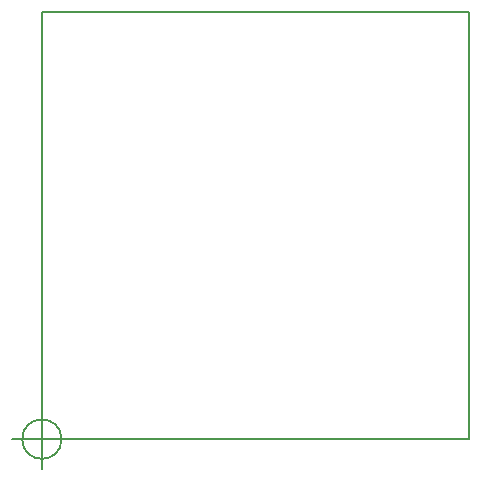
<source format=gm1>
G04 #@! TF.GenerationSoftware,KiCad,Pcbnew,(2017-05-18 revision 2a3a699)-master*
G04 #@! TF.CreationDate,2019-04-25T16:04:57+01:00*
G04 #@! TF.ProjectId,probe,70726F62652E6B696361645F70636200,rev?*
G04 #@! TF.FileFunction,Profile,NP*
%FSLAX46Y46*%
G04 Gerber Fmt 4.6, Leading zero omitted, Abs format (unit mm)*
G04 Created by KiCad (PCBNEW (2017-05-18 revision 2a3a699)-master) date Thu Apr 25 16:04:57 2019*
%MOMM*%
%LPD*%
G01*
G04 APERTURE LIST*
%ADD10C,0.100000*%
%ADD11C,0.150000*%
G04 APERTURE END LIST*
D10*
D11*
X1666666Y10000D02*
G75*
G03X1666666Y10000I-1666666J0D01*
G01*
X-2500000Y10000D02*
X2500000Y10000D01*
X0Y2510000D02*
X0Y-2490000D01*
X0Y36200000D02*
X36170000Y36200000D01*
X0Y10000D02*
X0Y36200000D01*
X36170000Y10000D02*
X0Y10000D01*
X36170000Y36200000D02*
X36170000Y10000D01*
M02*

</source>
